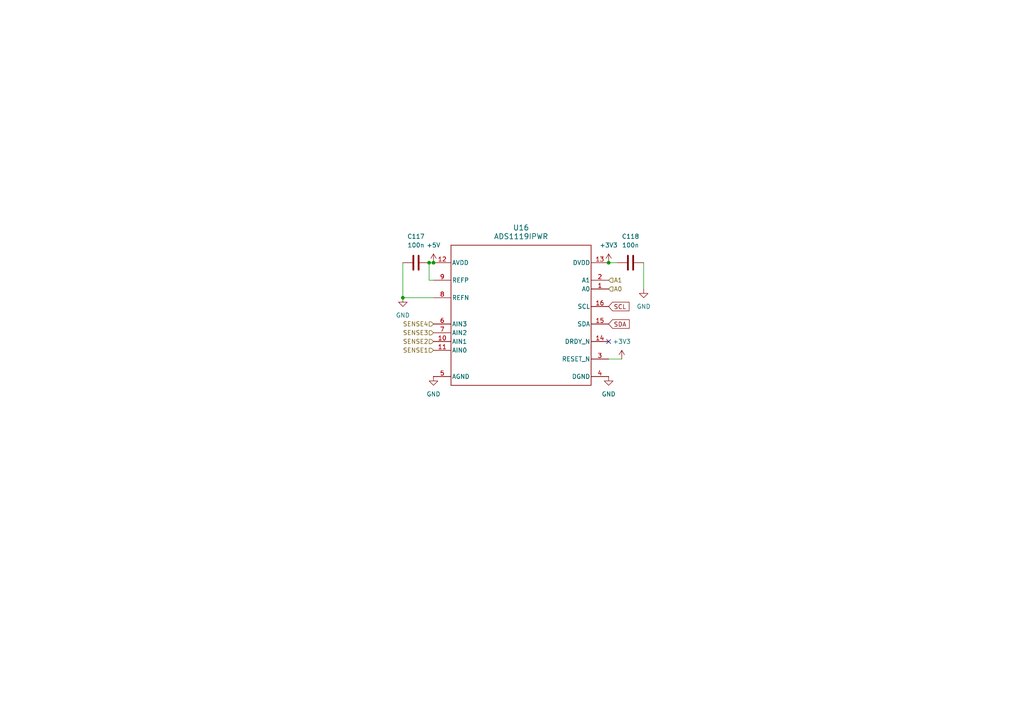
<source format=kicad_sch>
(kicad_sch (version 20250114) (generator "eeschema") (generator_version "9.0")
  (paper "A4")
  (title_block (title "Power Monitor") (rev "v0.1") (comment 1 "www.ti.com/lit/ds/symlink/ads1119.pdf"))
  (lib_symbols
    (symbol "ADC:ADS1119IPWR" (pin_names (offset 0.254))
      (property "Reference" "U" (at 0 2.54 0))
      (property "Value" "ADS1119IPWR" (at 0 0 0))
      (symbol "ADS1119IPWR_0_1"
        (polyline (pts (xy -20.32 20.32) (xy -20.32 -20.32)) (stroke (width 0.2032)))
        (polyline (pts (xy -20.32 -20.32) (xy 20.32 -20.32)) (stroke (width 0.2032)))
        (polyline (pts (xy 20.32 20.32) (xy -20.32 20.32)) (stroke (width 0.2032)))
        (polyline (pts (xy 20.32 -20.32) (xy 20.32 20.32)) (stroke (width 0.2032)))
        (pin power_in line (at -25.4 15.24 0) (length 5.08) (name "AVDD") (number "12"))
        (pin input line (at -25.4 10.16 0) (length 5.08) (name "REFP") (number "9"))
        (pin input line (at -25.4 5.08 0) (length 5.08) (name "REFN") (number "8"))
        (pin input line (at -25.4 -2.54 0) (length 5.08) (name "AIN3") (number "6"))
        (pin input line (at -25.4 -5.08 0) (length 5.08) (name "AIN2") (number "7"))
        (pin input line (at -25.4 -7.62 0) (length 5.08) (name "AIN1") (number "10"))
        (pin input line (at -25.4 -10.16 0) (length 5.08) (name "AIN0") (number "11"))
        (pin power_in line (at -25.4 -17.78 0) (length 5.08) (name "AGND") (number "5"))
        (pin power_in line (at 25.4 15.24 180) (length 5.08) (name "DVDD") (number "13"))
        (pin input line (at 25.4 10.16 180) (length 5.08) (name "A1") (number "2"))
        (pin input line (at 25.4 7.62 180) (length 5.08) (name "A0") (number "1"))
        (pin input line (at 25.4 2.54 180) (length 5.08) (name "SCL") (number "16"))
        (pin bidirectional line (at 25.4 -2.54 180) (length 5.08) (name "SDA") (number "15"))
        (pin output line (at 25.4 -7.62 180) (length 5.08) (name "DRDY_N") (number "14"))
        (pin input line (at 25.4 -12.7 180) (length 5.08) (name "RESET_N") (number "3"))
        (pin power_in line (at 25.4 -17.78 180) (length 5.08) (name "DGND") (number "4"))
      )
    )
    (symbol "Device:C" (pin_numbers (hide yes)) (pin_names (offset 0.254))
      (property "Reference" "C" (at 0.635 2.54 0))
      (property "Value" "C" (at 0.635 -2.54 0))
      (symbol "C_0_1"
        (polyline (pts (xy -2.032 0.762) (xy 2.032 0.762)) (stroke (width 0.508)))
        (polyline (pts (xy -2.032 -0.762) (xy 2.032 -0.762)) (stroke (width 0.508)))
      )
      (symbol "C_1_1"
        (pin passive line (at 0 3.81 270) (length 2.794) (name "~") (number "1"))
        (pin passive line (at 0 -3.81 90) (length 2.794) (name "~") (number "2"))
      )
    )
    (symbol "power:+3V3" (power) (pin_numbers (hide yes)) (pin_names (offset 0) (hide yes))
      (property "Value" "+3V3" (at 0 3.556 0))
      (symbol "+3V3_0_1"
        (polyline (pts (xy -0.762 1.27) (xy 0 2.54)))
        (polyline (pts (xy 0 2.54) (xy 0.762 1.27)))
        (polyline (pts (xy 0 0) (xy 0 2.54)))
      )
      (symbol "+3V3_1_1"
        (pin power_in line (at 0 0 90) (length 0) (name "~") (number "1"))
      )
    )
    (symbol "power:+5V" (power) (pin_numbers (hide yes)) (pin_names (offset 0) (hide yes))
      (property "Value" "+5V" (at 0 3.556 0))
      (symbol "+5V_0_1"
        (polyline (pts (xy -0.762 1.27) (xy 0 2.54)))
        (polyline (pts (xy 0 2.54) (xy 0.762 1.27)))
        (polyline (pts (xy 0 0) (xy 0 2.54)))
      )
      (symbol "+5V_1_1"
        (pin power_in line (at 0 0 90) (length 0) (name "~") (number "1"))
      )
    )
    (symbol "power:GND" (power) (pin_numbers (hide yes)) (pin_names (offset 0) (hide yes))
      (property "Value" "GND" (at 0 -3.81 0))
      (symbol "GND_0_1"
        (polyline (pts (xy 0 0) (xy 0 -1.27) (xy 1.27 -1.27) (xy 0 -2.54) (xy -1.27 -1.27) (xy 0 -1.27)))
      )
      (symbol "GND_1_1"
        (pin power_in line (at 0 0 270) (length 0) (name "~") (number "1"))
      )
    )
  )
  (junction (at 116.84 86.36))
  (junction (at 125.73 76.2))
  (junction (at 124.46 76.2))
  (junction (at 176.53 76.2))
  (no_connect (at 176.53 99.06))
  (wire (pts (xy 186.69 76.2) (xy 186.69 83.82)))
  (wire (pts (xy 116.84 76.2) (xy 116.84 86.36)))
  (wire (pts (xy 116.84 86.36) (xy 125.73 86.36)))
  (wire (pts (xy 176.53 76.2) (xy 179.07 76.2)))
  (wire (pts (xy 124.46 76.2) (xy 125.73 76.2)))
  (wire (pts (xy 125.73 81.28) (xy 124.46 81.28)))
  (wire (pts (xy 124.46 76.2) (xy 124.46 81.28)))
  (wire (pts (xy 176.53 104.14) (xy 180.34 104.14)))
  (global_label "SDA" (shape input) (at 176.53 93.98 0) (property "Intersheetrefs" "${INTERSHEET_REFS}" (effects (hide yes))))
  (global_label "SCL" (shape input) (at 176.53 88.9 0) (property "Intersheetrefs" "${INTERSHEET_REFS}" (effects (hide yes))))
  (hierarchical_label "A1" (shape input) (at 176.53 81.28 0))
  (hierarchical_label "SENSE3" (shape input) (at 125.73 96.52 180))
  (hierarchical_label "SENSE2" (shape input) (at 125.73 99.06 180))
  (hierarchical_label "SENSE4" (shape input) (at 125.73 93.98 180))
  (hierarchical_label "SENSE1" (shape input) (at 125.73 101.6 180))
  (hierarchical_label "A0" (shape input) (at 176.53 83.82 0))
  (symbol (lib_id "power:GND") (at 125.73 109.22 0) (unit 1)
    (property "Reference" "#PWR0166" (effects (hide yes)))
    (property "Value" "GND" (at 125.73 114.3 0))
    (property "Description" "Power symbol creates a global label with name \"GND\" , ground" (effects (hide yes)))
    (instances (project "powerdist" (path "" (reference "#PWR0193") (unit 1)) (path "" (reference "#PWR0166") (unit 1))))
  )
  (symbol (lib_id "power:+3V3") (at 176.53 76.2 0) (unit 1)
    (property "Reference" "#PWR0167" (effects (hide yes)))
    (property "Value" "+3V3" (at 176.53 71.12 0))
    (property "Description" "Power symbol creates a global label with name \"+3V3\"" (effects (hide yes)))
    (instances (project "powerdist" (path "" (reference "#PWR0194") (unit 1)) (path "" (reference "#PWR0167") (unit 1))))
  )
  (symbol (lib_id "ADC:ADS1119IPWR") (at 151.13 91.44 0) (unit 1)
    (property "Reference" "U9" (at 151.13 66.04 0) (effects (font (size 1.524 1.524))))
    (property "Value" "ADS1119IPWR" (at 151.13 68.58 0) (effects (font (size 1.524 1.524))))
    (property "Footprint" "powerdist:ADS1119" (effects (hide yes)))
    (property "Datasheet" "ADS1119IPWR" (effects (hide yes)))
    (instances (project "powerdist" (path "" (reference "U16") (unit 1)) (path "" (reference "U9") (unit 1))))
  )
  (symbol (lib_id "power:GND") (at 116.84 86.36 0) (unit 1)
    (property "Reference" "#PWR0164" (effects (hide yes)))
    (property "Value" "GND" (at 116.84 91.44 0))
    (property "Description" "Power symbol creates a global label with name \"GND\" , ground" (effects (hide yes)))
    (instances (project "powerdist" (path "" (reference "#PWR0191") (unit 1)) (path "" (reference "#PWR0164") (unit 1))))
  )
  (symbol (lib_id "power:GND") (at 186.69 83.82 0) (unit 1)
    (property "Reference" "#PWR0170" (effects (hide yes)))
    (property "Value" "GND" (at 186.69 88.9 0))
    (property "Description" "Power symbol creates a global label with name \"GND\" , ground" (effects (hide yes)))
    (instances (project "powerdist" (path "" (reference "#PWR0197") (unit 1)) (path "" (reference "#PWR0170") (unit 1))))
  )
  (symbol (lib_id "Device:C") (at 182.88 76.2 90) (unit 1)
    (property "Reference" "C102" (at 182.88 68.58 90))
    (property "Value" "100n" (at 182.88 71.12 90))
    (property "Footprint" "Capacitor_SMD:C_0603_1608Metric" (effects (hide yes)))
    (property "Description" "Unpolarized capacitor" (effects (hide yes)))
    (instances (project "powerdist" (path "" (reference "C118") (unit 1)) (path "" (reference "C102") (unit 1))))
  )
  (symbol (lib_id "power:+5V") (at 125.73 76.2 0) (unit 1)
    (property "Reference" "#PWR0165" (effects (hide yes)))
    (property "Value" "+5V" (at 125.73 71.12 0))
    (property "Description" "Power symbol creates a global label with name \"+5V\"" (effects (hide yes)))
    (instances (project "powerdist" (path "" (reference "#PWR0192") (unit 1)) (path "" (reference "#PWR0165") (unit 1))))
  )
  (symbol (lib_id "power:GND") (at 176.53 109.22 0) (unit 1)
    (property "Reference" "#PWR0168" (effects (hide yes)))
    (property "Value" "GND" (at 176.53 114.3 0))
    (property "Description" "Power symbol creates a global label with name \"GND\" , ground" (effects (hide yes)))
    (instances (project "powerdist" (path "" (reference "#PWR0195") (unit 1)) (path "" (reference "#PWR0168") (unit 1))))
  )
  (symbol (lib_id "power:+3V3") (at 180.34 104.14 0) (unit 1)
    (property "Reference" "#PWR0169" (effects (hide yes)))
    (property "Value" "+3V3" (at 180.34 99.06 0))
    (property "Description" "Power symbol creates a global label with name \"+3V3\"" (effects (hide yes)))
    (instances (project "powerdist" (path "" (reference "#PWR0196") (unit 1)) (path "" (reference "#PWR0169") (unit 1))))
  )
  (symbol (lib_id "Device:C") (at 120.65 76.2 90) (unit 1)
    (property "Reference" "C101" (at 120.65 68.58 90))
    (property "Value" "100n" (at 120.65 71.12 90))
    (property "Footprint" "Capacitor_SMD:C_0603_1608Metric" (effects (hide yes)))
    (property "Description" "Unpolarized capacitor" (effects (hide yes)))
    (instances (project "powerdist" (path "" (reference "C117") (unit 1)) (path "" (reference "C101") (unit 1))))
  )
)
</source>
